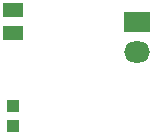
<source format=gts>
G04*
G04 #@! TF.GenerationSoftware,Altium Limited,Altium Designer,18.0.7 (293)*
G04*
G04 Layer_Color=8388736*
%FSLAX25Y25*%
%MOIN*%
G70*
G01*
G75*
%ADD15R,0.03950X0.03950*%
%ADD16R,0.06509X0.04540*%
%ADD17O,0.08674X0.07099*%
%ADD18R,0.08674X0.07099*%
D15*
X17717Y20965D02*
D03*
Y14469D02*
D03*
D16*
Y53051D02*
D03*
Y45374D02*
D03*
D17*
X59055Y39213D02*
D03*
D18*
Y49213D02*
D03*
M02*

</source>
